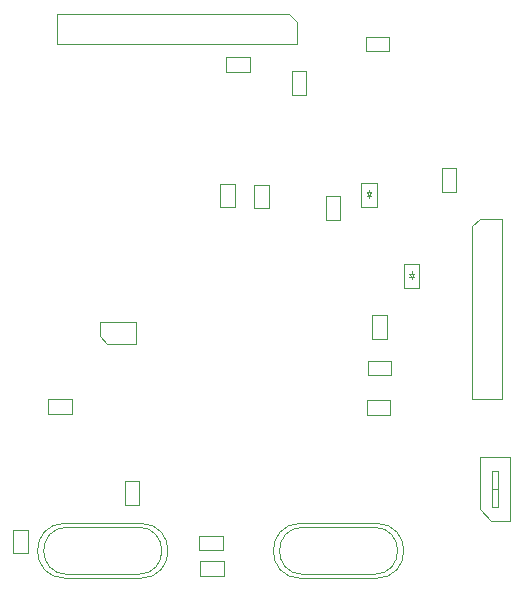
<source format=gbr>
G04 #@! TF.GenerationSoftware,KiCad,Pcbnew,5.1.6-c6e7f7d~87~ubuntu18.04.1*
G04 #@! TF.CreationDate,2020-10-14T05:15:15+05:30*
G04 #@! TF.ProjectId,FrontEnd_4S,46726f6e-7445-46e6-945f-34532e6b6963,rev?*
G04 #@! TF.SameCoordinates,Original*
G04 #@! TF.FileFunction,Other,Fab,Top*
%FSLAX46Y46*%
G04 Gerber Fmt 4.6, Leading zero omitted, Abs format (unit mm)*
G04 Created by KiCad (PCBNEW 5.1.6-c6e7f7d~87~ubuntu18.04.1) date 2020-10-14 05:15:15*
%MOMM*%
%LPD*%
G01*
G04 APERTURE LIST*
%ADD10C,0.100000*%
G04 APERTURE END LIST*
D10*
X139487000Y-85321100D02*
X140122000Y-84686100D01*
X139487000Y-99926100D02*
X139487000Y-85321100D01*
X142027000Y-99926100D02*
X139487000Y-99926100D01*
X142027000Y-84686100D02*
X142027000Y-99926100D01*
X140122000Y-84686100D02*
X142027000Y-84686100D01*
X121046000Y-83786300D02*
X121046000Y-81786300D01*
X121046000Y-81786300D02*
X122286000Y-81786300D01*
X122286000Y-81786300D02*
X122286000Y-83786300D01*
X122286000Y-83786300D02*
X121046000Y-83786300D01*
X125438000Y-74185000D02*
X124198000Y-74185000D01*
X125438000Y-72185000D02*
X125438000Y-74185000D01*
X124198000Y-72185000D02*
X125438000Y-72185000D01*
X124198000Y-74185000D02*
X124198000Y-72185000D01*
X103597000Y-99956000D02*
X105597000Y-99956000D01*
X105597000Y-99956000D02*
X105597000Y-101196000D01*
X105597000Y-101196000D02*
X103597000Y-101196000D01*
X103597000Y-101196000D02*
X103597000Y-99956000D01*
X118657000Y-70987700D02*
X120657000Y-70987700D01*
X120657000Y-70987700D02*
X120657000Y-72227700D01*
X120657000Y-72227700D02*
X118657000Y-72227700D01*
X118657000Y-72227700D02*
X118657000Y-70987700D01*
X136916000Y-82407000D02*
X136916000Y-80407000D01*
X136916000Y-80407000D02*
X138156000Y-80407000D01*
X138156000Y-80407000D02*
X138156000Y-82407000D01*
X138156000Y-82407000D02*
X136916000Y-82407000D01*
X101857000Y-113009000D02*
X100617000Y-113009000D01*
X101857000Y-111009000D02*
X101857000Y-113009000D01*
X100617000Y-111009000D02*
X101857000Y-111009000D01*
X100617000Y-113009000D02*
X100617000Y-111009000D01*
X111303000Y-108874000D02*
X110063000Y-108874000D01*
X111303000Y-106874000D02*
X111303000Y-108874000D01*
X110063000Y-106874000D02*
X111303000Y-106874000D01*
X110063000Y-108874000D02*
X110063000Y-106874000D01*
X118358000Y-111521000D02*
X118358000Y-112761000D01*
X116358000Y-111521000D02*
X118358000Y-111521000D01*
X116358000Y-112761000D02*
X116358000Y-111521000D01*
X118358000Y-112761000D02*
X116358000Y-112761000D01*
X118470000Y-114923000D02*
X116470000Y-114923000D01*
X116470000Y-114923000D02*
X116470000Y-113683000D01*
X116470000Y-113683000D02*
X118470000Y-113683000D01*
X118470000Y-113683000D02*
X118470000Y-114923000D01*
X130559000Y-100043000D02*
X132559000Y-100043000D01*
X132559000Y-100043000D02*
X132559000Y-101283000D01*
X132559000Y-101283000D02*
X130559000Y-101283000D01*
X130559000Y-101283000D02*
X130559000Y-100043000D01*
X130653000Y-96687400D02*
X132653000Y-96687400D01*
X132653000Y-96687400D02*
X132653000Y-97927400D01*
X132653000Y-97927400D02*
X130653000Y-97927400D01*
X130653000Y-97927400D02*
X130653000Y-96687400D01*
X130481000Y-69265600D02*
X132481000Y-69265600D01*
X132481000Y-69265600D02*
X132481000Y-70505600D01*
X132481000Y-70505600D02*
X130481000Y-70505600D01*
X130481000Y-70505600D02*
X130481000Y-69265600D01*
X130752000Y-82446500D02*
X130752000Y-82246500D01*
X130752000Y-82746500D02*
X130752000Y-82946500D01*
X130552000Y-82746500D02*
X130952000Y-82746500D01*
X130952000Y-82446500D02*
X130552000Y-82446500D01*
X130752000Y-82746500D02*
X130952000Y-82446500D01*
X130552000Y-82446500D02*
X130752000Y-82746500D01*
X131402000Y-83646500D02*
X130102000Y-83646500D01*
X131402000Y-81646500D02*
X131402000Y-83646500D01*
X130102000Y-81646500D02*
X131402000Y-81646500D01*
X130102000Y-83646500D02*
X130102000Y-81646500D01*
X133729000Y-90514700D02*
X133729000Y-88514700D01*
X133729000Y-88514700D02*
X135029000Y-88514700D01*
X135029000Y-88514700D02*
X135029000Y-90514700D01*
X135029000Y-90514700D02*
X133729000Y-90514700D01*
X134179000Y-89314700D02*
X134379000Y-89614700D01*
X134379000Y-89614700D02*
X134579000Y-89314700D01*
X134579000Y-89314700D02*
X134179000Y-89314700D01*
X134179000Y-89614700D02*
X134579000Y-89614700D01*
X134379000Y-89614700D02*
X134379000Y-89814700D01*
X134379000Y-89314700D02*
X134379000Y-89114700D01*
X123999000Y-67343000D02*
X124634000Y-67978000D01*
X104314000Y-67343000D02*
X123999000Y-67343000D01*
X104314000Y-69883000D02*
X104314000Y-67343000D01*
X124634000Y-69883000D02*
X104314000Y-69883000D01*
X124634000Y-67978000D02*
X124634000Y-69883000D01*
X127084000Y-82759000D02*
X128324000Y-82759000D01*
X127084000Y-84759000D02*
X127084000Y-82759000D01*
X128324000Y-84759000D02*
X127084000Y-84759000D01*
X128324000Y-82759000D02*
X128324000Y-84759000D01*
X119408000Y-81699900D02*
X119408000Y-83699900D01*
X119408000Y-83699900D02*
X118168000Y-83699900D01*
X118168000Y-83699900D02*
X118168000Y-81699900D01*
X118168000Y-81699900D02*
X119408000Y-81699900D01*
X132276000Y-92825100D02*
X132276000Y-94825100D01*
X132276000Y-94825100D02*
X131036000Y-94825100D01*
X131036000Y-94825100D02*
X131036000Y-92825100D01*
X131036000Y-92825100D02*
X132276000Y-92825100D01*
X141137000Y-107556000D02*
X141637000Y-107556000D01*
X141137000Y-106056000D02*
X141137000Y-109056000D01*
X141637000Y-106056000D02*
X141137000Y-106056000D01*
X141637000Y-109056000D02*
X141637000Y-106056000D01*
X141137000Y-109056000D02*
X141637000Y-109056000D01*
X141117000Y-110256000D02*
X140117000Y-109256000D01*
X142657000Y-110256000D02*
X141117000Y-110256000D01*
X142657000Y-104856000D02*
X142657000Y-110256000D01*
X140117000Y-104856000D02*
X142657000Y-104856000D01*
X140117000Y-109256000D02*
X140117000Y-104856000D01*
X107944000Y-93458500D02*
X111044000Y-93458500D01*
X111044000Y-93458500D02*
X111044000Y-95258500D01*
X108594000Y-95258500D02*
X111044000Y-95258500D01*
X107944000Y-93458500D02*
X107944000Y-94608500D01*
X108594000Y-95258500D02*
X107944000Y-94608500D01*
X105013000Y-110459000D02*
X111413000Y-110459000D01*
X105013000Y-115109000D02*
X111413000Y-115109000D01*
X105213000Y-110784000D02*
X111213000Y-110784000D01*
X105213000Y-114784000D02*
X111213000Y-114784000D01*
X105013000Y-115109000D02*
G75*
G02*
X105013000Y-110459000I0J2325000D01*
G01*
X111413000Y-115109000D02*
G75*
G03*
X111413000Y-110459000I0J2325000D01*
G01*
X105213000Y-114784000D02*
G75*
G02*
X105213000Y-110784000I0J2000000D01*
G01*
X111213000Y-114784000D02*
G75*
G03*
X111213000Y-110784000I0J2000000D01*
G01*
X125175000Y-114789000D02*
X131175000Y-114789000D01*
X125175000Y-110789000D02*
X131175000Y-110789000D01*
X124975000Y-115114000D02*
X131375000Y-115114000D01*
X124975000Y-110464000D02*
X131375000Y-110464000D01*
X131175000Y-114789000D02*
G75*
G03*
X131175000Y-110789000I0J2000000D01*
G01*
X125175000Y-114789000D02*
G75*
G02*
X125175000Y-110789000I0J2000000D01*
G01*
X131375000Y-115114000D02*
G75*
G03*
X131375000Y-110464000I0J2325000D01*
G01*
X124975000Y-115114000D02*
G75*
G02*
X124975000Y-110464000I0J2325000D01*
G01*
M02*

</source>
